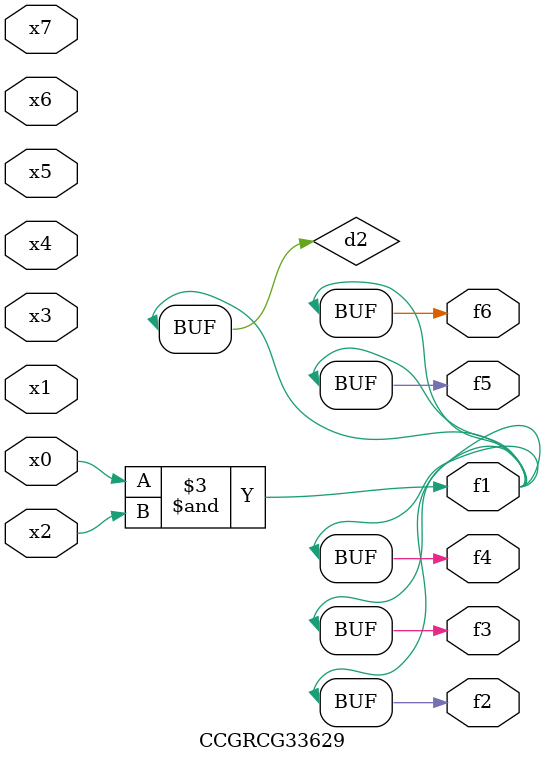
<source format=v>
module CCGRCG33629(
	input x0, x1, x2, x3, x4, x5, x6, x7,
	output f1, f2, f3, f4, f5, f6
);

	wire d1, d2;

	nor (d1, x3, x6);
	and (d2, x0, x2);
	assign f1 = d2;
	assign f2 = d2;
	assign f3 = d2;
	assign f4 = d2;
	assign f5 = d2;
	assign f6 = d2;
endmodule

</source>
